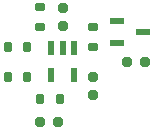
<source format=gbr>
%TF.GenerationSoftware,KiCad,Pcbnew,7.0.9*%
%TF.CreationDate,2024-01-09T19:27:13+00:00*%
%TF.ProjectId,OPA990 Breakout,4f504139-3930-4204-9272-65616b6f7574,V24.01.0.1*%
%TF.SameCoordinates,PX8c7ecc0PY5c0c740*%
%TF.FileFunction,Paste,Top*%
%TF.FilePolarity,Positive*%
%FSLAX46Y46*%
G04 Gerber Fmt 4.6, Leading zero omitted, Abs format (unit mm)*
G04 Created by KiCad (PCBNEW 7.0.9) date 2024-01-09 19:27:13*
%MOMM*%
%LPD*%
G01*
G04 APERTURE LIST*
G04 Aperture macros list*
%AMRoundRect*
0 Rectangle with rounded corners*
0 $1 Rounding radius*
0 $2 $3 $4 $5 $6 $7 $8 $9 X,Y pos of 4 corners*
0 Add a 4 corners polygon primitive as box body*
4,1,4,$2,$3,$4,$5,$6,$7,$8,$9,$2,$3,0*
0 Add four circle primitives for the rounded corners*
1,1,$1+$1,$2,$3*
1,1,$1+$1,$4,$5*
1,1,$1+$1,$6,$7*
1,1,$1+$1,$8,$9*
0 Add four rect primitives between the rounded corners*
20,1,$1+$1,$2,$3,$4,$5,0*
20,1,$1+$1,$4,$5,$6,$7,0*
20,1,$1+$1,$6,$7,$8,$9,0*
20,1,$1+$1,$8,$9,$2,$3,0*%
G04 Aperture macros list end*
%ADD10RoundRect,0.150000X-0.275000X0.200000X-0.275000X-0.200000X0.275000X-0.200000X0.275000X0.200000X0*%
%ADD11RoundRect,0.175000X0.250000X-0.225000X0.250000X0.225000X-0.250000X0.225000X-0.250000X-0.225000X0*%
%ADD12RoundRect,0.150000X0.200000X0.275000X-0.200000X0.275000X-0.200000X-0.275000X0.200000X-0.275000X0*%
%ADD13RoundRect,0.150000X-0.200000X-0.275000X0.200000X-0.275000X0.200000X0.275000X-0.200000X0.275000X0*%
%ADD14RoundRect,0.175000X0.225000X0.250000X-0.225000X0.250000X-0.225000X-0.250000X0.225000X-0.250000X0*%
%ADD15RoundRect,0.175000X-0.225000X-0.250000X0.225000X-0.250000X0.225000X0.250000X-0.225000X0.250000X0*%
%ADD16RoundRect,0.100000X-0.512500X-0.150000X0.512500X-0.150000X0.512500X0.150000X-0.512500X0.150000X0*%
%ADD17RoundRect,0.100000X-0.150000X0.512500X-0.150000X-0.512500X0.150000X-0.512500X0.150000X0.512500X0*%
G04 APERTURE END LIST*
D10*
%TO.C,R1*%
X-1905000Y2985000D03*
X-1905000Y4635000D03*
%TD*%
D11*
%TO.C,C1*%
X2540000Y-1270000D03*
X2540000Y-2820000D03*
%TD*%
D12*
%TO.C,R2*%
X-4635000Y1270000D03*
X-2985000Y1270000D03*
%TD*%
D13*
%TO.C,R5*%
X-255000Y-3175000D03*
X-1905000Y-3175000D03*
%TD*%
D14*
%TO.C,C2*%
X5435000Y0D03*
X6985000Y0D03*
%TD*%
D10*
%TO.C,R3*%
X2540000Y1270000D03*
X2540000Y2920000D03*
%TD*%
D13*
%TO.C,R4*%
X-2985000Y-1270000D03*
X-4635000Y-1270000D03*
%TD*%
D15*
%TO.C,C4*%
X-355000Y-5080000D03*
X-1905000Y-5080000D03*
%TD*%
D16*
%TO.C,D1*%
X6852500Y2540000D03*
X4577500Y1590000D03*
X4577500Y3490000D03*
%TD*%
D17*
%TO.C,U1*%
X950000Y-1137500D03*
X-950000Y-1137500D03*
X-950000Y1137500D03*
X0Y1137500D03*
X950000Y1137500D03*
%TD*%
D11*
%TO.C,C3*%
X0Y4585000D03*
X0Y3035000D03*
%TD*%
M02*

</source>
